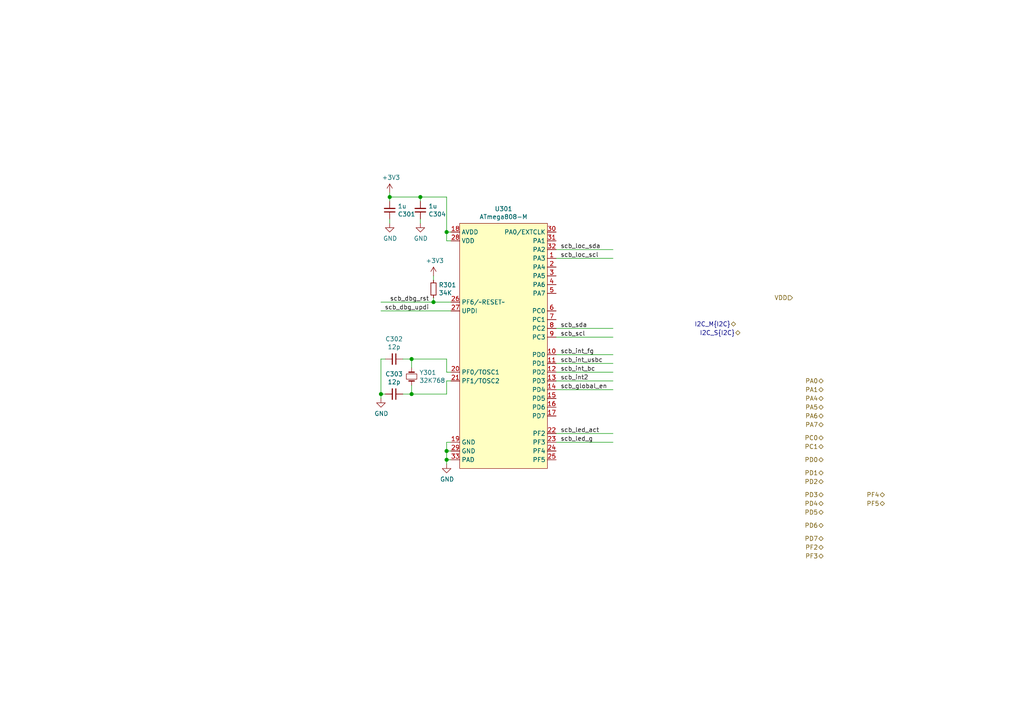
<source format=kicad_sch>
(kicad_sch (version 20210621) (generator eeschema)
  (paper "A4")
  (lib_symbols
    (symbol "DIYPie:+SCB_3V3D" (power) (pin_names (offset 0))
      (property "Value" "+SCB_3V3D" (at 0 3.556 0))
      (symbol "+SCB_3V3D_0_1"
        (polyline (pts (xy -0.762 1.27) (xy 0 2.54)))
        (polyline (pts (xy 0 0) (xy 0 2.54)))
        (polyline (pts (xy 0 2.54) (xy 0.762 1.27)))
      )
      (symbol "+SCB_3V3D_1_1"
        (pin power_in line (at 0 0 90) (length 0) hide (name "+3V3") (number "1"))
      )
    )
    (symbol "DIYPie:ATmega808-M"
      (property "Reference" "U" (at -12.7 36.83 0))
      (property "Value" "ATmega808-M" (at -12.7 -36.83 0))
      (symbol "ATmega808-M_0_0"
        (pin bidirectional line (at 15.24 25.4 180) (length 2.54) (name "PA3") (number "1"))
        (pin bidirectional line (at 15.24 -2.54 180) (length 2.54) (name "PD0") (number "10"))
        (pin bidirectional line (at 15.24 -5.08 180) (length 2.54) (name "PD1") (number "11"))
        (pin bidirectional line (at 15.24 -7.62 180) (length 2.54) (name "PD2") (number "12"))
        (pin bidirectional line (at 15.24 -10.16 180) (length 2.54) (name "PD3") (number "13"))
        (pin bidirectional line (at 15.24 -12.7 180) (length 2.54) (name "PD4") (number "14"))
        (pin bidirectional line (at 15.24 -15.24 180) (length 2.54) (name "PD5") (number "15"))
        (pin bidirectional line (at 15.24 -17.78 180) (length 2.54) (name "PD6") (number "16"))
        (pin bidirectional line (at 15.24 -20.32 180) (length 2.54) (name "PD7") (number "17"))
        (pin power_in line (at -15.24 33.02 0) (length 2.54) (name "AVDD") (number "18"))
        (pin power_in line (at -15.24 -27.94 0) (length 2.54) (name "GND") (number "19"))
        (pin bidirectional line (at 15.24 22.86 180) (length 2.54) (name "PA4") (number "2"))
        (pin bidirectional line (at -15.24 -7.62 0) (length 2.54) (name "PF0/TOSC1") (number "20"))
        (pin bidirectional line (at -15.24 -10.16 0) (length 2.54) (name "PF1/TOSC2") (number "21"))
        (pin bidirectional line (at 15.24 -25.4 180) (length 2.54) (name "PF2") (number "22"))
        (pin bidirectional line (at 15.24 -27.94 180) (length 2.54) (name "PF3") (number "23"))
        (pin bidirectional line (at 15.24 -30.48 180) (length 2.54) (name "PF4") (number "24"))
        (pin bidirectional line (at 15.24 -33.02 180) (length 2.54) (name "PF5") (number "25"))
        (pin bidirectional line (at -15.24 12.7 0) (length 2.54) (name "PF6/~RESET~") (number "26"))
        (pin bidirectional line (at -15.24 10.16 0) (length 2.54) (name "UPDI") (number "27"))
        (pin power_in line (at -15.24 30.48 0) (length 2.54) (name "VDD") (number "28"))
        (pin power_in line (at -15.24 -30.48 0) (length 2.54) (name "GND") (number "29"))
        (pin bidirectional line (at 15.24 20.32 180) (length 2.54) (name "PA5") (number "3"))
        (pin bidirectional line (at 15.24 33.02 180) (length 2.54) (name "PA0/EXTCLK") (number "30"))
        (pin bidirectional line (at 15.24 30.48 180) (length 2.54) (name "PA1") (number "31"))
        (pin bidirectional line (at 15.24 27.94 180) (length 2.54) (name "PA2") (number "32"))
        (pin power_in line (at -15.24 -33.02 0) (length 2.54) (name "PAD") (number "33"))
        (pin bidirectional line (at 15.24 17.78 180) (length 2.54) (name "PA6") (number "4"))
        (pin bidirectional line (at 15.24 15.24 180) (length 2.54) (name "PA7") (number "5"))
        (pin bidirectional line (at 15.24 10.16 180) (length 2.54) (name "PC0") (number "6"))
        (pin bidirectional line (at 15.24 7.62 180) (length 2.54) (name "PC1") (number "7"))
        (pin bidirectional line (at 15.24 5.08 180) (length 2.54) (name "PC2") (number "8"))
        (pin bidirectional line (at 15.24 2.54 180) (length 2.54) (name "PC3") (number "9"))
      )
      (symbol "ATmega808-M_0_1"
        (rectangle (start -12.7 35.56) (end 12.7 -35.56) (fill (type background)))
      )
    )
    (symbol "Device:C_Small" (pin_numbers hide) (pin_names (offset 0.254) hide)
      (property "Reference" "C" (at 0.254 1.778 0))
      (property "Value" "C_Small" (at 0.254 -2.032 0))
      (symbol "C_Small_0_1"
        (polyline (pts (xy -1.524 -0.508) (xy 1.524 -0.508)) (stroke (width 0.3302)))
        (polyline (pts (xy -1.524 0.508) (xy 1.524 0.508)) (stroke (width 0.3048)))
      )
      (symbol "C_Small_1_1"
        (pin passive line (at 0 2.54 270) (length 2.032) (name "~") (number "1"))
        (pin passive line (at 0 -2.54 90) (length 2.032) (name "~") (number "2"))
      )
    )
    (symbol "Device:Crystal_Small" (pin_numbers hide) (pin_names (offset 1.016) hide)
      (property "Reference" "Y" (at 0 2.54 0))
      (property "Value" "Crystal_Small" (at 0 -2.54 0))
      (symbol "Crystal_Small_0_1"
        (rectangle (start -0.762 -1.524) (end 0.762 1.524))
        (polyline (pts (xy -1.27 -0.762) (xy -1.27 0.762)) (stroke (width 0.381)))
        (polyline (pts (xy 1.27 -0.762) (xy 1.27 0.762)) (stroke (width 0.381)))
      )
      (symbol "Crystal_Small_1_1"
        (pin passive line (at -2.54 0 0) (length 1.27) (name "1") (number "1"))
        (pin passive line (at 2.54 0 180) (length 1.27) (name "2") (number "2"))
      )
    )
    (symbol "Device:R_Small" (pin_numbers hide) (pin_names (offset 0.254) hide)
      (property "Reference" "R" (at 0.762 0.508 0))
      (property "Value" "R_Small" (at 0.762 -1.016 0))
      (symbol "R_Small_0_1"
        (rectangle (start -0.762 1.778) (end 0.762 -1.778) (stroke (width 0.2032)))
      )
      (symbol "R_Small_1_1"
        (pin passive line (at 0 2.54 270) (length 0.762) (name "~") (number "1"))
        (pin passive line (at 0 -2.54 90) (length 0.762) (name "~") (number "2"))
      )
    )
    (symbol "power:GND" (power) (pin_names (offset 0))
      (property "Value" "GND" (at 0 -3.81 0))
      (symbol "GND_0_1"
        (polyline (pts (xy 0 0) (xy 0 -1.27) (xy 1.27 -1.27) (xy 0 -2.54) (xy -1.27 -1.27) (xy 0 -1.27)))
      )
      (symbol "GND_1_1"
        (pin power_in line (at 0 0 270) (length 0) hide (name "GND") (number "1"))
      )
    )
  )
  (junction (at 110.49 114.3) (diameter 1.016))
  (junction (at 113.03 57.15) (diameter 1.016))
  (junction (at 119.38 104.14) (diameter 1.016))
  (junction (at 119.38 114.3) (diameter 1.016))
  (junction (at 121.92 57.15) (diameter 1.016))
  (junction (at 125.73 87.63) (diameter 1.016))
  (junction (at 129.54 67.31) (diameter 1.016))
  (junction (at 129.54 130.81) (diameter 1.016))
  (junction (at 129.54 133.35) (diameter 1.016))
  (wire (pts (xy 110.49 104.14) (xy 111.76 104.14)))
  (wire (pts (xy 110.49 114.3) (xy 110.49 104.14)))
  (wire (pts (xy 110.49 114.3) (xy 110.49 115.57)))
  (wire (pts (xy 111.76 114.3) (xy 110.49 114.3)))
  (wire (pts (xy 113.03 55.88) (xy 113.03 57.15)))
  (wire (pts (xy 113.03 57.15) (xy 113.03 58.42)))
  (wire (pts (xy 113.03 63.5) (xy 113.03 64.77)))
  (wire (pts (xy 116.84 104.14) (xy 119.38 104.14)))
  (wire (pts (xy 116.84 114.3) (xy 119.38 114.3)))
  (wire (pts (xy 119.38 104.14) (xy 119.38 106.68)))
  (wire (pts (xy 119.38 111.76) (xy 119.38 114.3)))
  (wire (pts (xy 119.38 114.3) (xy 129.54 114.3)))
  (wire (pts (xy 121.92 57.15) (xy 113.03 57.15)))
  (wire (pts (xy 121.92 57.15) (xy 121.92 58.42)))
  (wire (pts (xy 121.92 57.15) (xy 129.54 57.15)))
  (wire (pts (xy 121.92 64.77) (xy 121.92 63.5)))
  (wire (pts (xy 125.73 81.28) (xy 125.73 80.01)))
  (wire (pts (xy 125.73 87.63) (xy 110.49 87.63)))
  (wire (pts (xy 125.73 87.63) (xy 125.73 86.36)))
  (wire (pts (xy 129.54 57.15) (xy 129.54 67.31)))
  (wire (pts (xy 129.54 69.85) (xy 129.54 67.31)))
  (wire (pts (xy 129.54 104.14) (xy 119.38 104.14)))
  (wire (pts (xy 129.54 107.95) (xy 129.54 104.14)))
  (wire (pts (xy 129.54 110.49) (xy 130.81 110.49)))
  (wire (pts (xy 129.54 114.3) (xy 129.54 110.49)))
  (wire (pts (xy 129.54 128.27) (xy 129.54 130.81)))
  (wire (pts (xy 129.54 130.81) (xy 129.54 133.35)))
  (wire (pts (xy 129.54 133.35) (xy 129.54 134.62)))
  (wire (pts (xy 130.81 67.31) (xy 129.54 67.31)))
  (wire (pts (xy 130.81 69.85) (xy 129.54 69.85)))
  (wire (pts (xy 130.81 87.63) (xy 125.73 87.63)))
  (wire (pts (xy 130.81 90.17) (xy 110.49 90.17)))
  (wire (pts (xy 130.81 107.95) (xy 129.54 107.95)))
  (wire (pts (xy 130.81 128.27) (xy 129.54 128.27)))
  (wire (pts (xy 130.81 130.81) (xy 129.54 130.81)))
  (wire (pts (xy 130.81 133.35) (xy 129.54 133.35)))
  (wire (pts (xy 161.29 72.39) (xy 177.8 72.39)))
  (wire (pts (xy 161.29 74.93) (xy 177.8 74.93)))
  (wire (pts (xy 161.29 102.87) (xy 177.8 102.87)))
  (wire (pts (xy 161.29 105.41) (xy 177.8 105.41)))
  (wire (pts (xy 161.29 107.95) (xy 177.8 107.95)))
  (wire (pts (xy 161.29 110.49) (xy 177.8 110.49)))
  (wire (pts (xy 161.29 113.03) (xy 177.8 113.03)))
  (wire (pts (xy 161.29 125.73) (xy 177.8 125.73)))
  (wire (pts (xy 177.8 95.25) (xy 161.29 95.25)))
  (wire (pts (xy 177.8 97.79) (xy 161.29 97.79)))
  (wire (pts (xy 177.8 128.27) (xy 161.29 128.27)))
  (label "scb_dbg_rst" (at 124.46 87.63 180))
  (label "scb_dbg_updi" (at 124.46 90.17 180))
  (label "scb_loc_sda" (at 162.56 72.39 0))
  (label "scb_loc_scl" (at 162.56 74.93 0))
  (label "scb_sda" (at 162.56 95.25 0))
  (label "scb_scl" (at 162.56 97.79 0))
  (label "scb_int_fg" (at 162.56 102.87 0))
  (label "scb_int_usbc" (at 162.56 105.41 0))
  (label "scb_int_bc" (at 162.56 107.95 0))
  (label "scb_int2" (at 162.56 110.49 0))
  (label "scb_global_en" (at 162.56 113.03 0))
  (label "scb_led_act" (at 162.56 125.73 0))
  (label "scb_led_g" (at 162.56 128.27 0))
  (hierarchical_label "I2C_M{I2C}" (shape bidirectional) (at 213.36 93.98 180))
  (hierarchical_label "I2C_S{I2C}" (shape bidirectional) (at 214.63 96.52 180))
  (hierarchical_label "VDD" (shape input) (at 229.87 86.36 180))
  (hierarchical_label "PA0" (shape bidirectional) (at 238.76 110.49 180))
  (hierarchical_label "PA1" (shape bidirectional) (at 238.76 113.03 180))
  (hierarchical_label "PA4" (shape bidirectional) (at 238.76 115.57 180))
  (hierarchical_label "PA5" (shape bidirectional) (at 238.76 118.11 180))
  (hierarchical_label "PA6" (shape bidirectional) (at 238.76 120.65 180))
  (hierarchical_label "PA7" (shape bidirectional) (at 238.76 123.19 180))
  (hierarchical_label "PC0" (shape bidirectional) (at 238.76 127 180))
  (hierarchical_label "PC1" (shape bidirectional) (at 238.76 129.54 180))
  (hierarchical_label "PD0" (shape bidirectional) (at 238.76 133.35 180))
  (hierarchical_label "PD1" (shape bidirectional) (at 238.76 137.16 180))
  (hierarchical_label "PD2" (shape bidirectional) (at 238.76 139.7 180))
  (hierarchical_label "PD3" (shape bidirectional) (at 238.76 143.51 180))
  (hierarchical_label "PD4" (shape bidirectional) (at 238.76 146.05 180))
  (hierarchical_label "PD5" (shape bidirectional) (at 238.76 148.59 180))
  (hierarchical_label "PD6" (shape bidirectional) (at 238.76 152.4 180))
  (hierarchical_label "PD7" (shape bidirectional) (at 238.76 156.21 180))
  (hierarchical_label "PF2" (shape bidirectional) (at 238.76 158.75 180))
  (hierarchical_label "PF3" (shape bidirectional) (at 238.76 161.29 180))
  (hierarchical_label "PF4" (shape bidirectional) (at 256.54 143.51 180))
  (hierarchical_label "PF5" (shape bidirectional) (at 256.54 146.05 180))
  (symbol (lib_id "DIYPie:+SCB_3V3D") (at 113.03 55.88 0) (unit 1)
    (property "Reference" "#PWR0302" (effects hide))
    (property "Value" "+SCB_3V3D" (at 113.411 51.4858 0))
  )
  (symbol (lib_id "DIYPie:+SCB_3V3D") (at 125.73 80.01 0) (unit 1)
    (property "Reference" "#PWR0305" (effects hide))
    (property "Value" "+SCB_3V3D" (at 126.111 75.6158 0))
  )
  (symbol (lib_id "power:GND") (at 110.49 115.57 0) (unit 1)
    (property "Reference" "#PWR0301" (effects hide))
    (property "Value" "GND" (at 110.617 119.9642 0))
  )
  (symbol (lib_id "power:GND") (at 113.03 64.77 0) (unit 1)
    (property "Reference" "#PWR0303" (effects hide))
    (property "Value" "GND" (at 113.157 69.1642 0))
  )
  (symbol (lib_id "power:GND") (at 121.92 64.77 0) (unit 1)
    (property "Reference" "#PWR0304" (effects hide))
    (property "Value" "GND" (at 122.047 69.1642 0))
  )
  (symbol (lib_id "power:GND") (at 129.54 134.62 0) (unit 1)
    (property "Reference" "#PWR0306" (effects hide))
    (property "Value" "GND" (at 129.667 139.0142 0))
  )
  (symbol (lib_id "Device:R_Small") (at 125.73 83.82 0) (unit 1)
    (property "Reference" "R301" (at 127.2286 82.6516 0) (effects (justify left)))
    (property "Value" "34K" (at 127.2286 84.963 0) (effects (justify left)))
    (property "Footprint" "DIYPie:R_0402_1005Metric" (effects hide))
    (property "Manufacturer" "any" (effects hide))
    (property "Mouser_PN" "603-RC0402FR-0734KL " (effects hide))
    (property "Mouser_PL" "https://eu.mouser.com/ProductDetail/Yageo/RC0402FR-0734KL?qs=sGAEpiMZZMtlubZbdhIBIM2VF1SoZtZzW0H%2FZbu%252Be28%3D" (effects hide))
    (property "Tolerance" "1%" (effects hide))
  )
  (symbol (lib_id "Device:Crystal_Small") (at 119.38 109.22 90) (unit 1)
    (property "Reference" "Y301" (at 121.6152 108.0516 90) (effects (justify right)))
    (property "Value" "32K768" (at 121.6152 110.363 90) (effects (justify right)))
    (property "Footprint" "DIYPie:WE_830050789" (effects hide))
    (property "Datasheet" "https://ro.mouser.com/datasheet/2/137/C_12D_en-1649542.pdf" (effects hide))
    (property "Description" "kHz RANGE CRYSTAL UNIT" (effects hide))
    (property "Manufacturer" " Wurth Elektronik" (effects hide))
    (property "Manufacturer_PN" "830050789" (effects hide))
    (property "Mouser_PN" "710-830050789" (effects hide))
    (property "Mouser_PL" "https://ro.mouser.com/ProductDetail/Wurth-Elektronik/830050789?qs=sGAEpiMZZMsBj6bBr9Q9aZiWbAMN9VKZYKktmgXx1D2x8yySnJIvpg%3D%3D" (effects hide))
  )
  (symbol (lib_id "Device:C_Small") (at 113.03 60.96 0) (mirror x) (unit 1)
    (property "Reference" "C301" (at 115.3668 62.1284 0) (effects (justify left)))
    (property "Value" "1u" (at 115.3668 59.817 0) (effects (justify left)))
    (property "Footprint" "DIYPie:C_0402_1005Metric" (effects hide))
    (property "Manufacturer" "any" (effects hide))
    (property "Mouser_PN" "963-JMK105BJ105KV-F" (effects hide))
    (property "Mouser_PL" "https://eu.mouser.com/ProductDetail/Taiyo-Yuden/JMK105BJ105KV-F?qs=sGAEpiMZZMsh%252B1woXyUXjzXZPAgA2%252BEMtIn1%252BN%252BY7mE%3D" (effects hide))
    (property "Tolerance" "20%" (effects hide))
    (property "Voltage" "6.3V" (effects hide))
    (property "Dielectric" "X5R" (effects hide))
  )
  (symbol (lib_id "Device:C_Small") (at 114.3 104.14 270) (unit 1)
    (property "Reference" "C302" (at 114.3 98.3234 90))
    (property "Value" "12p" (at 114.3 100.6348 90))
    (property "Footprint" "DIYPie:C_0402_1005Metric" (effects hide))
  )
  (symbol (lib_id "Device:C_Small") (at 114.3 114.3 270) (unit 1)
    (property "Reference" "C303" (at 114.3 108.4834 90))
    (property "Value" "12p" (at 114.3 110.7948 90))
    (property "Footprint" "DIYPie:C_0402_1005Metric" (effects hide))
  )
  (symbol (lib_id "Device:C_Small") (at 121.92 60.96 0) (mirror x) (unit 1)
    (property "Reference" "C304" (at 124.2568 62.1284 0) (effects (justify left)))
    (property "Value" "1u" (at 124.2568 59.817 0) (effects (justify left)))
    (property "Footprint" "DIYPie:C_0402_1005Metric" (effects hide))
    (property "Manufacturer" "any" (effects hide))
    (property "Mouser_PN" "963-JMK105BJ105KV-F" (effects hide))
    (property "Mouser_PL" "https://eu.mouser.com/ProductDetail/Taiyo-Yuden/JMK105BJ105KV-F?qs=sGAEpiMZZMsh%252B1woXyUXjzXZPAgA2%252BEMtIn1%252BN%252BY7mE%3D" (effects hide))
    (property "Tolerance" "20%" (effects hide))
    (property "Voltage" "6.3V" (effects hide))
    (property "Dielectric" "X5R" (effects hide))
  )
  (symbol (lib_id "DIYPie:ATmega808-M") (at 146.05 100.33 0) (unit 1)
    (property "Reference" "U301" (at 146.05 60.579 0))
    (property "Value" "ATmega808-M" (at 146.05 62.8904 0))
    (property "Footprint" "DIYPie:MICROCHIP_VQFN-32_RXB" (effects hide))
    (property "Datasheet" "https://ww1.microchip.com/downloads/en/DeviceDoc/ATmega808-09-1608-09-DataSheet-DS40002172C.pdf" (effects hide))
  )
)
</source>
